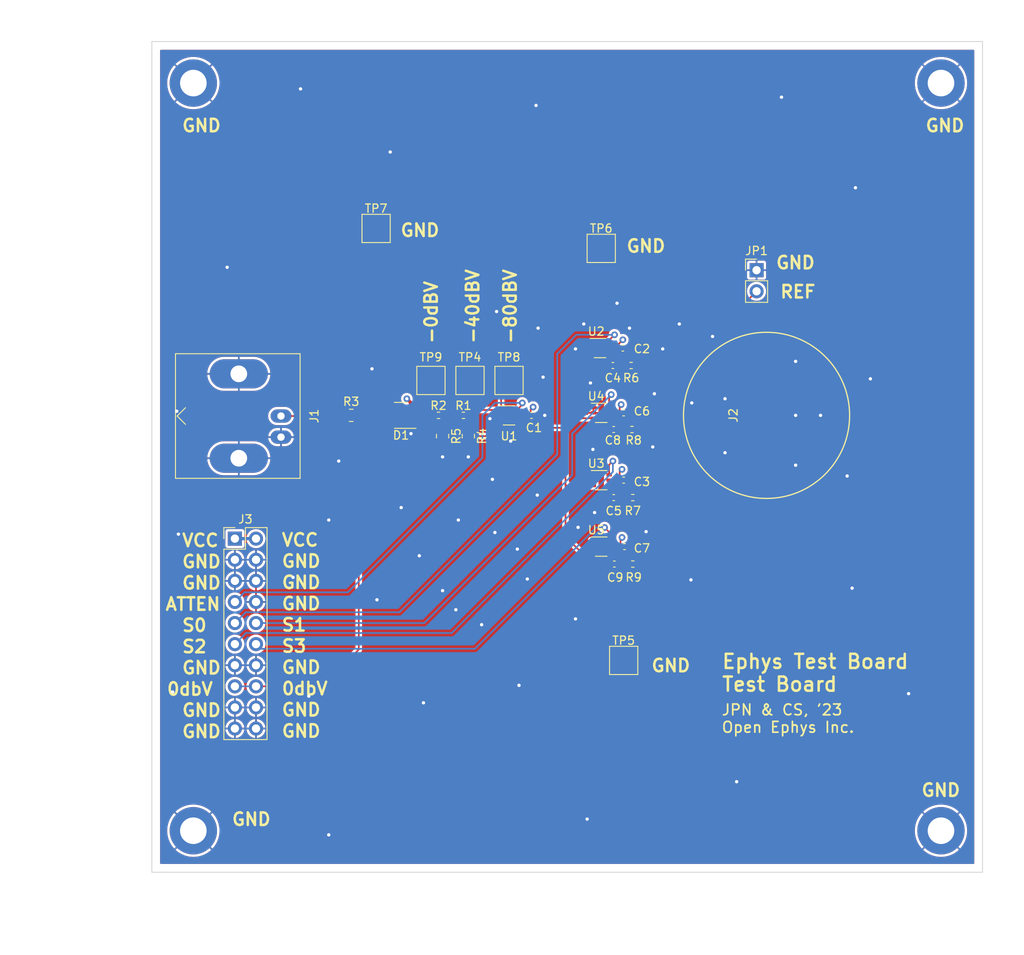
<source format=kicad_pcb>
(kicad_pcb (version 20221018) (generator pcbnew)
  (title_block (title "Ephys Test Board Test Board") (rev "A") (company "Open Ephys, Inc") (comment 1 "Jonathan P. Newman") (comment 2 "Cris Sharp"))
  (layers (0 "F.Cu" signal) (1 "In1.Cu" signal) (2 "In2.Cu" signal) (31 "B.Cu" signal) (34 "B.Paste" user) (35 "F.Paste" user) (36 "B.SilkS" user "B.Silkscreen") (37 "F.SilkS" user "F.Silkscreen") (38 "B.Mask" user) (39 "F.Mask" user) (44 "Edge.Cuts" user))
  (net 0 "")
  (net 1 "VCC")
  (net 2 "GND")
  (net 3 "/TEST_{-0dBV}")
  (net 4 "/REF")
  (net 5 "/E_{0}")
  (net 6 "/E_{1}")
  (net 7 "/E_{2}")
  (net 8 "/E_{3}")
  (net 9 "/S_{0}")
  (net 10 "/S_{1}")
  (net 11 "/S_{2}")
  (net 12 "/S_{3}")
  (net 13 "/ATTEN_{SEL}")
  (net 14 "/TEST_{-40dBV}")
  (net 15 "/TEST_{-80dBV}")
  (net 16 "TESTSIG")
  (net 17 "Net-(C4-Pad1)")
  (net 18 "Net-(C4-Pad2)")
  (net 19 "Net-(C5-Pad1)")
  (net 20 "Net-(C5-Pad2)")
  (net 21 "Net-(C8-Pad1)")
  (net 22 "Net-(C8-Pad2)")
  (net 23 "Net-(C9-Pad1)")
  (net 24 "Net-(C9-Pad2)")
  (net 25 "Net-(J1-In)")
  (footprint "TestPoint:TestPoint_Pad_3.0x3.0mm" (layer "F.Cu") (at 118 105.8)
    (fp_text reference "TP8")
    (fp_text value "TestPoint")
  )
  (footprint "TestPoint:TestPoint_Pad_3.0x3.0mm" (layer "F.Cu") (at 129.1 89.9)
    (fp_text reference "TP6")
    (fp_text value "TestPoint")
  )
  (footprint "Resistor_SMD:R_0805_2012Metric" (layer "F.Cu") (at 113.1 112.5 -90)
    (fp_text reference "R4")
    (fp_text value "100")
  )
  (footprint "Resistor_SMD:R_0805_2012Metric" (layer "F.Cu") (at 99 110)
    (fp_text reference "R3")
    (fp_text value "100")
  )
  (footprint "TestPoint:TestPoint_Pad_3.0x3.0mm" (layer "F.Cu") (at 102 87.5)
    (fp_text reference "TP7")
    (fp_text value "TestPoint")
  )
  (footprint "Capacitor_SMD:C_0402_1005Metric" (layer "F.Cu") (at 131.7 101.9)
    (fp_text reference "C2")
    (fp_text value "10nF")
  )
  (footprint "Package_TO_SOT_SMD:SOT-23-3" (layer "F.Cu") (at 105 110 180)
    (fp_text reference "D1")
    (fp_text value "BAT54SLT1G")
  )
  (footprint "Capacitor_SMD:C_0402_1005Metric" (layer "F.Cu") (at 130.6 111.7)
    (fp_text reference "C8")
    (fp_text value "0.1uF")
  )
  (footprint "Capacitor_SMD:C_0402_1005Metric" (layer "F.Cu") (at 131.8 109.7)
    (fp_text reference "C6")
    (fp_text value "10nF")
  )
  (footprint "Connector_PinHeader_2.54mm:PinHeader_2x10_P2.54mm_Vertical" (layer "F.Cu") (at 85 124.84)
    (fp_text reference "J3")
    (fp_text value "Conn_02x10_Odd_Even")
  )
  (footprint "Package_TO_SOT_SMD:SOT-363_SC-70-6" (layer "F.Cu") (at 128.95 101.9)
    (fp_text reference "U2")
    (fp_text value "SN74LVC1G3157DCKR")
  )
  (footprint "MountingHole:MountingHole_3.2mm_M3_ISO7380_Pad" (layer "F.Cu") (at 170 160)
    (fp_text reference "TP3" hide)
    (fp_text value "TestPoint")
  )
  (footprint "TestPoint:TestPoint_Pad_3.0x3.0mm" (layer "F.Cu") (at 131.8 139.5)
    (fp_text reference "TP5")
    (fp_text value "TestPoint")
  )
  (footprint "MountingHole:MountingHole_3.2mm_M3_ISO7380_Pad" (layer "F.Cu") (at 80 70)
    (fp_text reference "TP2" hide)
    (fp_text value "TestPoint")
  )
  (footprint "Package_TO_SOT_SMD:SOT-363_SC-70-6" (layer "F.Cu") (at 129.1 117.8)
    (fp_text reference "U3")
    (fp_text value "SN74LVC1G3157DCKR")
  )
  (footprint "Resistor_SMD:R_0402_1005Metric" (layer "F.Cu") (at 132.9 127.9)
    (fp_text reference "R9")
    (fp_text value "180k")
  )
  (footprint "jonnew:HIROSE_DF40C(2.0)-70DS-0.4V(51)" (layer "F.Cu") (at 148 110 90)
    (fp_text reference "J2")
    (fp_text value "Conn_02x35_Odd_Even")
  )
  (footprint "Package_TO_SOT_SMD:SOT-363_SC-70-6" (layer "F.Cu") (at 118 110)
    (fp_text reference "U1")
    (fp_text value "SN74LVC1G3157DCKR")
  )
  (footprint "MountingHole:MountingHole_3.2mm_M3_ISO7380_Pad" (layer "F.Cu") (at 170 70)
    (fp_text reference "TP1" hide)
    (fp_text value "TestPoint")
  )
  (footprint "Resistor_SMD:R_0402_1005Metric" (layer "F.Cu") (at 132.8 111.7)
    (fp_text reference "R8")
    (fp_text value "180k")
  )
  (footprint "Connector_PinHeader_2.54mm:PinHeader_1x02_P2.54mm_Vertical" (layer "F.Cu") (at 147.8 92.525)
    (fp_text reference "JP1")
    (fp_text value "Jumper_2_Open")
  )
  (footprint "TestPoint:TestPoint_Pad_3.0x3.0mm" (layer "F.Cu") (at 108.6 105.8)
    (fp_text reference "TP9")
    (fp_text value "TestPoint")
  )
  (footprint "Resistor_SMD:R_0402_1005Metric" (layer "F.Cu") (at 109.51 110)
    (fp_text reference "R2")
    (fp_text value "10k")
  )
  (footprint "Capacitor_SMD:C_0402_1005Metric" (layer "F.Cu") (at 131.8 117.8)
    (fp_text reference "C3")
    (fp_text value "10nF")
  )
  (footprint "Package_TO_SOT_SMD:SOT-363_SC-70-6" (layer "F.Cu") (at 129.1 125.8)
    (fp_text reference "U5")
    (fp_text value "SN74LVC1G3157DCKR")
  )
  (footprint "Resistor_SMD:R_0805_2012Metric" (layer "F.Cu") (at 110 112.5 -90)
    (fp_text reference "R5")
    (fp_text value "100")
  )
  (footprint "TestPoint:TestPoint_Pad_3.0x3.0mm" (layer "F.Cu") (at 113.3 105.8)
    (fp_text reference "TP4")
    (fp_text value "TestPoint")
  )
  (footprint "Package_TO_SOT_SMD:SOT-363_SC-70-6" (layer "F.Cu") (at 129.1 109.7)
    (fp_text reference "U4")
    (fp_text value "SN74LVC1G3157DCKR")
  )
  (footprint "Capacitor_SMD:C_0402_1005Metric" (layer "F.Cu") (at 120.7 110)
    (fp_text reference "C1")
    (fp_text value "10nF")
  )
  (footprint "Capacitor_SMD:C_0402_1005Metric" (layer "F.Cu") (at 130.6 119.9)
    (fp_text reference "C5")
    (fp_text value "0.1uF")
  )
  (footprint "MountingHole:MountingHole_3.2mm_M3_ISO7380_Pad" (layer "F.Cu") (at 80 160)
    (fp_text reference "TP10" hide)
    (fp_text value "TestPoint")
  )
  (footprint "Resistor_SMD:R_0402_1005Metric" (layer "F.Cu") (at 132.9 119.9)
    (fp_text reference "R7")
    (fp_text value "180k")
  )
  (footprint "Capacitor_SMD:C_0402_1005Metric" (layer "F.Cu") (at 130.5 104)
    (fp_text reference "C4")
    (fp_text value "0.1uF")
  )
  (footprint "Resistor_SMD:R_0402_1005Metric" (layer "F.Cu") (at 132.7 104)
    (fp_text reference "R6")
    (fp_text value "180k")
  )
  (footprint "Capacitor_SMD:C_0402_1005Metric" (layer "F.Cu") (at 131.9 125.8)
    (fp_text reference "C7")
    (fp_text value "10nF")
  )
  (footprint "Resistor_SMD:R_0402_1005Metric" (layer "F.Cu") (at 112.51 110)
    (fp_text reference "R1")
    (fp_text value "10k")
  )
  (footprint "Capacitor_SMD:C_0402_1005Metric" (layer "F.Cu") (at 130.68 127.9)
    (fp_text reference "C9")
    (fp_text value "0.1uF")
  )
  (footprint "Connector_Coaxial:BNC_Amphenol_B6252HB-NPP3G-50_Horizontal" (layer "F.Cu") (at 90.55 110.08 90)
    (fp_text reference "J1")
    (fp_text value "Conn_Coaxial")
  )
  (gr_circle (center 149 110) (end 149 120) (stroke (width 0.15)) (fill none) (layer "F.SilkS"))
  (gr_rect (start 75 65) (end 175 165) (stroke (width 0.1)) (fill none) (layer "Edge.Cuts"))
  (gr_text "-80dBV" (at 119 101.5 90) (layer "F.SilkS") (effects (font (size 1.5 1.5) (thickness 0.3) bold) (justify left bottom)))
  (gr_text "GND" (at 90.5 140.33333) (layer "F.SilkS") (effects (font (size 1.5 1.5) (thickness 0.3) bold) (justify left)))
  (gr_text "0dbV" (at 82.5 142.944445) (layer "F.SilkS") (effects (font (size 1.5 1.5) (thickness 0.3) bold) (justify right)))
  (gr_text "GND" (at 90.5 132.666665) (layer "F.SilkS") (effects (font (size 1.5 1.5) (thickness 0.3) bold) (justify left)))
  (gr_text "-40dBV" (at 114.5 101.5 90) (layer "F.SilkS") (effects (font (size 1.5 1.5) (thickness 0.3) bold) (justify left bottom)))
  (gr_text "GND" (at 168 76) (layer "F.SilkS") (effects (font (size 1.5 1.5) (thickness 0.3) bold) (justify left bottom)))
  (gr_text "GND" (at 78.5 148.05556) (layer "F.SilkS") (effects (font (size 1.5 1.5) (thickness 0.3) bold) (justify left)))
  (gr_text "GND" (at 78.5 130.16667) (layer "F.SilkS") (effects (font (size 1.5 1.5) (thickness 0.3) bold) (justify left)))
  (gr_text "GND" (at 150 92.5) (layer "F.SilkS") (effects (font (size 1.5 1.5) (thickness 0.3) bold) (justify left bottom)))
  (gr_text "ATTEN" (at 76.5 132.722225) (layer "F.SilkS") (effects (font (size 1.5 1.5) (thickness 0.3) bold) (justify left)))
  (gr_text "GND" (at 90.5 127.555555) (layer "F.SilkS") (effects (font (size 1.5 1.5) (thickness 0.3) bold) (justify left)))
  (gr_text "REF" (at 150.5 96) (layer "F.SilkS") (effects (font (size 1.5 1.5) (thickness 0.3) bold) (justify left bottom)))
  (gr_text "GND" (at 78.5 145.5) (layer "F.SilkS") (effects (font (size 1.5 1.5) (thickness 0.3) bold) (justify left)))
  (gr_text "GND" (at 90.5 130.11111) (layer "F.SilkS") (effects (font (size 1.5 1.5) (thickness 0.3) bold) (justify left)))
  (gr_text "0dbV" (at 90.5 142.888885) (layer "F.SilkS") (effects (font (size 1.5 1.5) (thickness 0.3) bold) (justify left)))
  (gr_text "JPN & CS, '23\nOpen Ephys Inc." (at 143.5 146.5) (layer "F.SilkS") (effects (font (size 1.3 1.3) (thickness 0.2)) (justify left)))
  (gr_text "Ephys Test Board\nTest Board" (at 143.5 141) (layer "F.SilkS") (effects (font (size 1.7 1.7) (thickness 0.3) bold) (justify left)))
  (gr_text "GND" (at 90.5 148) (layer "F.SilkS") (effects (font (size 1.5 1.5) (thickness 0.3) bold) (justify left)))
  (gr_text "VCC" (at 90.5 125) (layer "F.SilkS") (effects (font (size 1.5 1.5) (thickness 0.3) bold) (justify left)))
  (gr_text "GND" (at 135 141) (layer "F.SilkS") (effects (font (size 1.5 1.5) (thickness 0.3) bold) (justify left bottom)))
  (gr_text "S0" (at 78.5 135.27778) (layer "F.SilkS") (effects (font (size 1.5 1.5) (thickness 0.3) bold) (justify left)))
  (gr_text "GND" (at 167.5 156) (layer "F.SilkS") (effects (font (size 1.5 1.5) (thickness 0.3) bold) (justify left bottom)))
  (gr_text "GND" (at 104.8 88.6) (layer "F.SilkS") (effects (font (size 1.5 1.5) (thickness 0.3) bold) (justify left bottom)))
  (gr_text "GND" (at 132 90.5) (layer "F.SilkS") (effects (font (size 1.5 1.5) (thickness 0.3) bold) (justify left bottom)))
  (gr_text "-0dBV" (at 109.5 101.5 90) (layer "F.SilkS") (effects (font (size 1.5 1.5) (thickness 0.3) bold) (justify left bottom)))
  (gr_text "GND" (at 78.5 140.38889) (layer "F.SilkS") (effects (font (size 1.5 1.5) (thickness 0.3) bold) (justify left)))
  (gr_text "GND" (at 78.5 76) (layer "F.SilkS") (effects (font (size 1.5 1.5) (thickness 0.3) bold) (justify left bottom)))
  (gr_text "S2" (at 78.5 137.833335) (layer "F.SilkS") (effects (font (size 1.5 1.5) (thickness 0.3) bold) (justify left)))
  (gr_text "S1" (at 90.5 135.22222) (layer "F.SilkS") (effects (font (size 1.5 1.5) (thickness 0.3) bold) (justify left)))
  (gr_text "S3" (at 90.5 137.777775) (layer "F.SilkS") (effects (font (size 1.5 1.5) (thickness 0.3) bold) (justify left)))
  (gr_text "GND" (at 84.5 159.5) (layer "F.SilkS") (effects (font (size 1.5 1.5) (thickness 0.3) bold) (justify left bottom)))
  (gr_text "GND" (at 90.5 145.44444) (layer "F.SilkS") (effects (font (size 1.5 1.5) (thickness 0.3) bold) (justify left)))
  (gr_text "VCC" (at 78.5 125.05556) (layer "F.SilkS") (effects (font (size 1.5 1.5) (thickness 0.3) bold) (justify left)))
  (gr_text "GND" (at 78.5 127.611115) (layer "F.SilkS") (effects (font (size 1.5 1.5) (thickness 0.3) bold) (justify left)))
  (segment (start 131.7 100.9) (end 131.22 101.38) (width 0.2) (layer "F.Cu") (net 1))
  (segment (start 131.32 116.78) (end 131.6 116.5) (width 0.2) (layer "F.Cu") (net 1))
  (segment (start 106.1375 109.05) (end 106.1375 108.4375) (width 0.4) (layer "F.Cu") (net 1))
  (segment (start 131.32 109.7) (end 131.32 108.88) (width 0.2) (layer "F.Cu") (net 1))
  (segment (start 130.05 109.7) (end 131.32 109.7) (width 0.2) (layer "F.Cu") (net 1))
  (segment (start 120.9 109) (end 120.6 109.3) (width 0.2) (layer "F.Cu") (net 1))
  (segment (start 130.05 125.8) (end 131.42 125.8) (width 0.2) (layer "F.Cu") (net 1))
  (segment (start 120.6 109.62) (end 120.22 110) (width 0.2) (layer "F.Cu") (net 1))
  (segment (start 131.42 125.8) (end 131.42 124.88) (width 0.2) (layer "F.Cu") (net 1))
  (segment (start 131.32 117.8) (end 131.32 116.78) (width 0.2) (layer "F.Cu") (net 1))
  (segment (start 131.32 108.88) (end 131.5 108.7) (width 0.2) (layer "F.Cu") (net 1))
  (segment (start 131.22 101.38) (end 131.22 101.9) (width 0.2) (layer "F.Cu") (net 1))
  (segment (start 106.1375 108.4375) (end 105.7 108) (width 0.4) (layer "F.Cu") (net 1))
  (segment (start 131.42 124.88) (end 131.6 124.7) (width 0.2) (layer "F.Cu") (net 1))
  (segment (start 130.05 117.8) (end 131.32 117.8) (width 0.2) (layer "F.Cu") (net 1))
  (segment (start 129.9 101.9) (end 131.22 101.9) (width 0.2) (layer "F.Cu") (net 1))
  (segment (start 118.95 110) (end 120.22 110) (width 0.2) (layer "F.Cu") (net 1))
  (segment (start 120.6 109.3) (end 120.6 109.62) (width 0.2) (layer "F.Cu") (net 1))
  (via (at 105.7 108) (size 0.8) (drill 0.4) (layers "F.Cu" "B.Cu") (net 1))
  (via (at 131.6 124.7) (size 0.8) (drill 0.4) (layers "F.Cu" "B.Cu") (net 1))
  (via (at 131.7 100.9) (size 0.8) (drill 0.4) (layers "F.Cu" "B.Cu") (net 1))
  (via (at 120.9 109) (size 0.8) (drill 0.4) (layers "F.Cu" "B.Cu") (net 1))
  (via (at 131.6 116.5) (size 0.8) (drill 0.4) (layers "F.Cu" "B.Cu") (net 1))
  (via (at 131.5 108.7) (size 0.8) (drill 0.4) (layers "F.Cu" "B.Cu") (net 1))
  (segment (start 85 124.84) (end 87.54 124.84) (width 0.4) (layer "B.Cu") (net 1))
  (segment (start 145.9 107.6) (end 145.5 108) (width 0.2) (layer "F.Cu") (net 2))
  (segment (start 146.46 116.4) (end 145.6 116.4) (width 0.2) (layer "F.Cu") (net 2))
  (segment (start 150.5 103.5) (end 152 102) (width 0.2) (layer "F.Cu") (net 2))
  (segment (start 146.46 109.2) (end 145.7 109.2) (width 0.2) (layer "F.Cu") (net 2))
  (segment (start 146.2 103.2) (end 146 103) (width 0.2) (layer "F.Cu") (net 2))
  (segment (start 145.6 113.6) (end 145.5 113.5) (width 0.2) (layer "F.Cu") (net 2))
  (segment (start 146.46 103.2) (end 146.2 103.2) (width 0.2) (layer "F.Cu") (net 2))
  (segment (start 145.7 109.2) (end 145.5 109) (width 0.2) (layer "F.Cu") (net 2))
  (segment (start 145.5 108) (end 145 108) (width 0.2) (layer "F.Cu") (net 2))
  (segment (start 145.5 106.8) (end 146.46 106.8) (width 0.2) (layer "F.Cu") (net 2))
  (segment (start 145.6 116.4) (end 145.5 116.5) (width 0.2) (layer "F.Cu") (net 2))
  (segment (start 146 103) (end 146 102.5) (width 0.2) (layer "F.Cu") (net 2))
  (segment (start 146.46 111.2) (end 145.8 111.2) (width 0.2) (layer "F.Cu") (net 2))
  (segment (start 149.54 103.6) (end 150.4 103.6) (width 0.2) (layer "F.Cu") (net 2))
  (segment (start 146.46 107.6) (end 145.9 107.6) (width 0.2) (layer "F.Cu") (net 2))
  (segment (start 149.54 116) (end 150.5 116) (width 0.2) (layer "F.Cu") (net 2))
  (segment (start 150.4 103.6) (end 150.5 103.5) (width 0.2) (layer "F.Cu") (net 2))
  (segment (start 145.8 111.2) (end 145.5 111.5) (width 0.2) (layer "F.Cu") (net 2))
  (segment (start 146.46 113.6) (end 145.6 113.6) (width 0.2) (layer "F.Cu") (net 2))
  (via (at 159.3 130.8) (size 0.8) (drill 0.4) (layers "F.Cu" "B.Cu") (net 2))
  (via (at 131 96.5) (size 0.8) (drill 0.4) (layers "F.Cu" "B.Cu") (net 2))
  (via (at 111.9 122.6) (size 0.8) (drill 0.4) (layers "F.Cu" "B.Cu") (net 2))
  (via (at 111.6 133.4) (size 0.8) (drill 0.4) (layers "F.Cu" "B.Cu") (net 2))
  (via (at 114.7 135.2) (size 0.8) (drill 0.4) (layers "F.Cu" "B.Cu") (net 2))
  (via (at 128.1 114.1) (size 0.8) (drill 0.4) (layers "F.Cu" "B.Cu") (net 2))
  (via (at 96.3 160.5) (size 0.8) (drill 0.4) (layers "F.Cu" "B.Cu") (net 2))
  (via (at 77.5 143.3) (size 0.8) (drill 0.4) (layers "F.Cu" "B.Cu") (net 2))
  (via (at 128.3 121.7) (size 0.8) (drill 0.4) (layers "F.Cu" "B.Cu") (net 2))
  (via (at 116.5 97.5) (size 0.8) (drill 0.4) (layers "F.Cu" "B.Cu") (net 2))
  (via (at 78 109.5) (size 0.8) (drill 0.4) (layers "F.Cu" "B.Cu") (net 2))
  (via (at 144 108) (size 0.8) (drill 0.4) (layers "F.Cu" "B.Cu") (net 2))
  (via (at 110 131.1) (size 0.8) (drill 0.4) (layers "F.Cu" "B.Cu") (net 2))
  (via (at 92.9 70.7) (size 0.8) (drill 0.4) (layers "F.Cu" "B.Cu") (net 2))
  (via (at 122.3 110) (size 0.8) (drill 0.4) (layers "F.Cu" "B.Cu") (net 2))
  (via (at 105.018448 121.10171) (size 0.8) (drill 0.4) (layers "F.Cu" "B.Cu") (net 2))
  (via (at 107.7 144.6) (size 0.8) (drill 0.4) (layers "F.Cu" "B.Cu") (net 2))
  (via (at 127.8 106.1) (size 0.8) (drill 0.4) (layers "F.Cu" "B.Cu") (net 2))
  (via (at 122.1 105.4) (size 0.8) (drill 0.4) (layers "F.Cu" "B.Cu") (net 2))
  (via (at 103.7 78.3) (size 0.8) (drill 0.4) (layers "F.Cu" "B.Cu") (net 2))
  (via (at 93.9 143.8) (size 0.8) (drill 0.4) (layers "F.Cu" "B.Cu") (net 2))
  (via (at 138.5 99) (size 0.8) (drill 0.4) (layers "F.Cu" "B.Cu") (net 2))
  (via (at 92 129.5) (size 0.8) (drill 0.4) (layers "F.Cu" "B.Cu") (net 2))
  (via (at 152.5 116) (size 0.8) (drill 0.4) (layers "F.Cu" "B.Cu") (net 2))
  (via (at 139.9 129.8) (size 0.8) (drill 0.4) (layers "F.Cu" "B.Cu") (net 2))
  (via (at 126 134.5) (size 0.8) (drill 0.4) (layers "F.Cu" "B.Cu") (net 2))
  (via (at 110 115) (size 0.8) (drill 0.4) (layers "F.Cu" "B.Cu") (net 2))
  (via (at 127 99) (size 0.8) (drill 0.4) (layers "F.Cu" "B.Cu") (net 2))
  (via (at 126 102) (size 0.8) (drill 0.4) (layers "F.Cu" "B.Cu") (net 2))
  (via (at 155.5 110) (size 0.8) (drill 0.4) (layers "F.Cu" "B.Cu") (net 2))
  (via (at 84.066042 92.171048) (size 0.8) (drill 0.4) (layers "F.Cu" "B.Cu") (net 2))
  (via (at 140 108.5) (size 0.8) (drill 0.4) (layers "F.Cu" "B.Cu") (net 2))
  (via (at 150.8 71.7) (size 0.8) (drill 0.4) (layers "F.Cu" "B.Cu") (net 2))
  (via (at 115.7 110.4) (size 0.8) (drill 0.4) (layers "F.Cu" "B.Cu") (net 2))
  (via (at 101.5 104.4) (size 0.8) (drill 0.4) (layers "F.Cu" "B.Cu") (net 2))
  (via (at 116 117.7) (size 0.8) (drill 0.4) (layers "F.Cu" "B.Cu") (net 2))
  (via (at 96.3 122.6) (size 0.8) (drill 0.4) (layers "F.Cu" "B.Cu") (net 2))
  (via (at 166.1 143.5) (size 0.8) (drill 0.4) (layers "F.Cu" "B.Cu") (net 2))
  (via (at 121.4 119.6) (size 0.8) (drill 0.4) (layers "F.Cu" "B.Cu") (net 2))
  (via (at 121.251493 72.694313) (size 0.8) (drill 0.4) (layers "F.Cu" "B.Cu") (net 2))
  (via (at 136.5 102) (size 0.8) (drill 0.4) (layers "F.Cu" "B.Cu") (net 2))
  (via (at 113.1 115) (size 0.8) (drill 0.4) (layers "F.Cu" "B.Cu") (net 2))
  (via (at 152.5 103.5) (size 0.8) (drill 0.4) (layers "F.Cu" "B.Cu") (net 2))
  (via (at 132.5 99.5) (size 0.8) (drill 0.4) (layers "F.Cu" "B.Cu") (net 2))
  (via (at 145.4 154.1) (size 0.8) (drill 0.4) (layers "F.Cu" "B.Cu") (net 2))
  (via (at 134.5 124) (size 0.8) (drill 0.4) (layers "F.Cu" "B.Cu") (net 2))
  (via (at 106.2 112.2) (size 0.8) (drill 0.4) (layers "F.Cu" "B.Cu") (net 2))
  (via (at 127.4 158.6) (size 0.8) (drill 0.4) (layers "F.Cu" "B.Cu") (net 2))
  (via (at 116.3 124.1) (size 0.8) (drill 0.4) (layers "F.Cu" "B.Cu") (net 2))
  (via (at 161.5 105.6) (size 0.8) (drill 0.4) (layers "F.Cu" "B.Cu") (net 2))
  (via (at 102.1 132.2) (size 0.8) (drill 0.4) (layers "F.Cu" "B.Cu") (net 2))
  (via (at 126.309583 123.482696) (size 0.8) (drill 0.4) (layers "F.Cu" "B.Cu") (net 2))
  (via (at 107.2 126.9) (size 0.8) (drill 0.4) (layers "F.Cu" "B.Cu") (net 2))
  (via (at 119.2 142.5) (size 0.8) (drill 0.4) (layers "F.Cu" "B.Cu") (net 2))
  (via (at 97.5 115.5) (size 0.8) (drill 0.4) (layers "F.Cu" "B.Cu") (net 2))
  (via (at 120.2 129.7) (size 0.8) (drill 0.4) (layers "F.Cu" "B.Cu") (net 2))
  (via (at 121.5 99.5) (size 0.8) (drill 0.4) (layers "F.Cu" "B.Cu") (net 2))
  (via (at 144 114.5) (size 0.8) (drill 0.4) (layers "F.Cu" "B.Cu") (net 2))
  (via (at 118.2 113.1) (size 0.8) (drill 0.4) (layers "F.Cu" "B.Cu") (net 2))
  (via (at 159.7 82.6) (size 0.8) (drill 0.4) (layers "F.Cu" "B.Cu") (net 2))
  (via (at 142.5 100.5) (size 0.8) (drill 0.4) (layers "F.Cu" "B.Cu") (net 2))
  (via (at 78.2 124.3) (size 0.8) (drill 0.4) (layers "F.Cu" "B.Cu") (net 2))
  (via (at 158.7 117.3) (size 0.8) (drill 0.4) (layers "F.Cu" "B.Cu") (net 2))
  (via (at 119 126.1) (size 0.8) (drill 0.4) (layers "F.Cu" "B.Cu") (net 2))
  (via (at 152.5 110) (size 0.8) (drill 0.4) (layers "F.Cu" "B.Cu") (net 2))
  (via (at 135.3 113.8) (size 0.8) (drill 0.4) (layers "F.Cu" "B.Cu") (net 2))
  (via (at 135.5 107.4) (size 0.8) (drill 0.4) (layers "F.Cu" "B.Cu") (net 2))
  (segment (start 95.48 142.62) (end 99.9125 138.1875) (width 0.2) (layer "F.Cu") (net 3))
  (segment (start 103.8625 110) (end 109 110) (width 0.2) (layer "F.Cu") (net 3))
  (segment (start 99.9125 110) (end 103.8625 110) (width 0.2) (layer "F.Cu") (net 3))
  (segment (start 109 110) (end 109 106.2) (width 0.2) (layer "F.Cu") (net 3))
  (segment (start 87.54 142.62) (end 95.48 142.62) (width 0.2) (layer "F.Cu") (net 3))
  (segment (start 109 106.2) (end 108.6 105.8) (width 0.2) (layer "F.Cu") (net 3))
  (segment (start 99.9125 138.1875) (end 99.9125 110) (width 0.2) (layer "F.Cu") (net 3))
  (segment (start 85 142.62) (end 87.54 142.62) (width 0.2) (layer "B.Cu") (net 3))
  (segment (start 144.8 98.065) (end 147.8 95.065) (width 0.2) (layer "F.Cu") (net 4))
  (segment (start 145.991594 103.6) (end 144.8 102.408406) (width 0.2) (layer "F.Cu") (net 4))
  (segment (start 144.8 102.408406) (end 144.8 98.065) (width 0.2) (layer "F.Cu") (net 4))
  (segment (start 146.46 103.6) (end 145.991594 103.6) (width 0.2) (layer "F.Cu") (net 4))
  (segment (start 146.46 109.6) (end 143.6 109.6) (width 0.2) (layer "F.Cu") (net 5))
  (segment (start 143.6 109.6) (end 138 104) (width 0.2) (layer "F.Cu") (net 5))
  (segment (start 138 104) (end 133.21 104) (width 0.2) (layer "F.Cu") (net 5))
  (segment (start 136.5 111.7) (end 138.2 110) (width 0.2) (layer "F.Cu") (net 6))
  (segment (start 138.2 110) (end 146.46 110) (width 0.2) (layer "F.Cu") (net 6))
  (segment (start 133.31 111.7) (end 136.5 111.7) (width 0.2) (layer "F.Cu") (net 6))
  (segment (start 142.2 110.4) (end 146.46 110.4) (width 0.2) (layer "F.Cu") (net 7))
  (segment (start 133.41 119.9) (end 133.41 119.19) (width 0.2) (layer "F.Cu") (net 7))
  (segment (start 133.41 119.19) (end 142.2 110.4) (width 0.2) (layer "F.Cu") (net 7))
  (segment (start 144.4 110.8) (end 146.46 110.8) (width 0.2) (layer "F.Cu") (net 8))
  (segment (start 137.5 123.81) (end 137.5 117.7) (width 0.2) (layer "F.Cu") (net 8))
  (segment (start 137.5 117.7) (end 144.4 110.8) (width 0.2) (layer "F.Cu") (net 8))
  (segment (start 133.41 127.9) (end 137.5 123.81) (width 0.2) (layer "F.Cu") (net 8))
  (segment (start 129.9 101.1) (end 130.7 100.3) (width 0.2) (layer "F.Cu") (net 9))
  (segment (start 129.9 101.25) (end 129.9 101.1) (width 0.2) (layer "F.Cu") (net 9))
  (via (at 130.7 100.3) (size 0.8) (drill 0.4) (layers "F.Cu" "B.Cu") (net 9))
  (segment (start 130.7 100.3) (end 126.1 100.3) (width 0.2) (layer "B.Cu") (net 9))
  (segment (start 104.8 133.7) (end 86.3 133.7) (width 0.2) (layer "B.Cu") (net 9))
  (segment (start 126.1 100.3) (end 123.8 102.6) (width 0.2) (layer "B.Cu") (net 9))
  (segment (start 123.8 114.7) (end 104.8 133.7) (width 0.2) (layer "B.Cu") (net 9))
  (segment (start 86.3 133.7) (end 85 135) (width 0.2) (layer "B.Cu") (net 9))
  (segment (start 123.8 102.6) (end 123.8 114.7) (width 0.2) (layer "B.Cu") (net 9))
  (segment (start 130.05 107.75) (end 130.3 107.5) (width 0.2) (layer "F.Cu") (net 10))
  (segment (start 130.05 109.05) (end 130.05 107.75) (width 0.2) (layer "F.Cu") (net 10))
  (via (at 130.3 107.5) (size 0.8) (drill 0.4) (layers "F.Cu" "B.Cu") (net 10))
  (segment (start 125.6 117.2) (end 107.8 135) (width 0.2) (layer "B.Cu") (net 10))
  (segment (start 130.3 107.5) (end 125.6 112.2) (width 0.2) (layer "B.Cu") (net 10))
  (segment (start 125.6 112.2) (end 125.6 117.2) (width 0.2) (layer "B.Cu") (net 10))
  (segment (start 107.8 135) (end 87.54 135) (width 0.2) (layer "B.Cu") (net 10))
  (segment (start 130.05 117.15) (end 130.05 115.95) (width 0.2) (layer "F.Cu") (net 11))
  (segment (start 130.05 115.95) (end 130.5 115.5) (width 0.2) (layer "F.Cu") (net 11))
  (via (at 130.5 115.5) (size 0.8) (drill 0.4) (layers "F.Cu" "B.Cu") (net 11))
  (segment (start 130.5 115.5) (end 130.5 116.8) (width 0.2) (layer "B.Cu") (net 11))
  (segment (start 86.34 136.2) (end 85 137.54) (width 0.2) (layer "B.Cu") (net 11))
  (segment (start 111.1 136.2) (end 86.34 136.2) (width 0.2) (layer "B.Cu") (net 11))
  (segment (start 130.5 116.8) (end 111.1 136.2) (width 0.2) (layer "B.Cu") (net 11))
  (segment (start 130.05 125.15) (end 130.05 124.05) (width 0.2) (layer "F.Cu") (net 12))
  (segment (start 130.05 124.05) (end 129.5 123.5) (width 0.2) (layer "F.Cu") (net 12))
  (via (at 129.5 123.5) (size 0.8) (drill 0.4) (layers "F.Cu" "B.Cu") (net 12))
  (segment (start 113.9 138.1) (end 88.1 138.1) (width 0.2) (layer "B.Cu") (net 12))
  (segment (start 128.5 123.5) (end 113.9 138.1) (width 0.2) (layer "B.Cu") (net 12))
  (segment (start 129.5 123.5) (end 128.5 123.5) (width 0.2) (layer "B.Cu") (net 12))
  (segment (start 88.1 138.1) (end 87.54 137.54) (width 0.2) (layer "B.Cu") (net 12))
  (segment (start 119.6 108.5) (end 119.6 108.7) (width 0.2) (layer "F.Cu") (net 13))
  (segment (start 119.6 108.7) (end 118.95 109.35) (width 0.2) (layer "F.Cu") (net 13))
  (via (at 119.6 108.5) (size 0.8) (drill 0.4) (layers "F.Cu" "B.Cu") (net 13))
  (segment (start 98.6 131.3) (end 86.16 131.3) (width 0.2) (layer "B.Cu") (net 13))
  (segment (start 119.6 108.5) (end 116.3 108.5) (width 0.2) (layer "B.Cu") (net 13))
  (segment (start 114.8 115.1) (end 98.6 131.3) (width 0.2) (layer "B.Cu") (net 13))
  (segment (start 116.3 108.5) (end 114.8 110) (width 0.2) (layer "B.Cu") (net 13))
  (segment (start 114.8 110) (end 114.8 115.1) (width 0.2) (layer "B.Cu") (net 13))
  (segment (start 86.16 131.3) (end 85 132.46) (width 0.2) (layer "B.Cu") (net 13))
  (segment (start 116.15 112.5) (end 110.9125 112.5) (width 0.2) (layer "F.Cu") (net 14))
  (segment (start 117.05 110.65) (end 117.05 111.6) (width 0.2) (layer "F.Cu") (net 14))
  (segment (start 113.3 104.7) (end 122.5 95.5) (width 0.2) (layer "F.Cu") (net 14))
  (segment (start 110.02 110) (end 112 110) (width 0.2) (layer "F.Cu") (net 14))
  (segment (start 141 99) (end 141 101.5) (width 0.2) (layer "F.Cu") (net 14))
  (segment (start 112 110) (end 112 107.1) (width 0.2) (layer "F.Cu") (net 14))
  (segment (start 112 107.1) (end 113.3 105.8) (width 0.2) (layer "F.Cu") (net 14))
  (segment (start 113.3 105.8) (end 113.3 104.7) (width 0.2) (layer "F.Cu") (net 14))
  (segment (start 122.5 95.5) (end 137.5 95.5) (width 0.2) (layer "F.Cu") (net 14))
  (segment (start 110.02 111.5675) (end 110 111.5875) (width 0.2) (layer "F.Cu") (net 14))
  (segment (start 137.5 95.5) (end 141 99) (width 0.2) (layer "F.Cu") (net 14))
  (segment (start 145.9 106.4) (end 146.46 106.4) (width 0.2) (layer "F.Cu") (net 14))
  (segment (start 141 101.5) (end 145.9 106.4) (width 0.2) (layer "F.Cu") (net 14))
  (segment (start 117.05 111.6) (end 116.15 112.5) (width 0.2) (layer "F.Cu") (net 14))
  (segment (start 110.02 110) (end 110.02 111.5675) (width 0.2) (layer "F.Cu") (net 14))
  (segment (start 110.9125 112.5) (end 110 111.5875) (width 0.2) (layer "F.Cu") (net 14))
  (segment (start 113.02 110) (end 113.02 111.5075) (width 0.2) (layer "F.Cu") (net 15))
  (segment (start 117.05 109.35) (end 117.05 105.95) (width 0.2) (layer "F.Cu") (net 15))
  (segment (start 118 105.8) (end 125.8 98) (width 0.2) (layer "F.Cu") (net 15))
  (segment (start 113.67 109.35) (end 117.05 109.35) (width 0.2) (layer "F.Cu") (net 15))
  (segment (start 125.8 98) (end 135 98) (width 0.2) (layer "F.Cu") (net 15))
  (segment (start 135 98) (end 144.2 107.2) (width 0.2) (layer "F.Cu") (net 15))
  (segment (start 144.2 107.2) (end 146.46 107.2) (width 0.2) (layer "F.Cu") (net 15))
  (segment (start 113.02 110) (end 113.67 109.35) (width 0.2) (layer "F.Cu") (net 15))
  (segment (start 113.02 111.5075) (end 113.1 111.5875) (width 0.2) (layer "F.Cu") (net 15))
  (segment (start 117.05 105.95) (end 118 105) (width 0.2) (layer "F.Cu") (net 15))
  (segment (start 124.85 110.35) (end 124.8 110.4) (width 0.2) (layer "F.Cu") (net 16))
  (segment (start 124.8 111.3) (end 124.8 111.5) (width 0.2) (layer "F.Cu") (net 16))
  (segment (start 124.8 124.6) (end 126.65 126.45) (width 0.2) (layer "F.Cu") (net 16))
  (segment (start 126.65 126.45) (end 128.15 126.45) (width 0.2) (layer "F.Cu") (net 16))
  (segment (start 128.15 118.45) (end 124.85 118.45) (width 0.2) (layer "F.Cu") (net 16))
  (segment (start 118.95 110.65) (end 119.8 111.5) (width 0.2) (layer "F.Cu") (net 16))
  (segment (start 128.15 110.35) (end 124.85 110.35) (width 0.2) (layer "F.Cu") (net 16))
  (segment (start 124.8 110.4) (end 124.8 111.3) (width 0.2) (layer "F.Cu") (net 16))
  (segment (start 124.8 111.3) (end 124.8 118.4) (width 0.2) (layer "F.Cu") (net 16))
  (segment (start 124.85 118.45) (end 124.8 118.4) (width 0.2) (layer "F.Cu") (net 16))
  (segment (start 124.8 104.7) (end 124.8 110.4) (width 0.2) (layer "F.Cu") (net 16))
  (segment (start 119.8 111.5) (end 124.8 111.5) (width 0.2) (layer "F.Cu") (net 16))
  (segment (start 124.8 118.4) (end 124.8 124.6) (width 0.2) (layer "F.Cu") (net 16))
  (segment (start 126.95 102.55) (end 124.8 104.7) (width 0.2) (layer "F.Cu") (net 16))
  (segment (start 128 102.55) (end 126.95 102.55) (width 0.2) (layer "F.Cu") (net 16))
  (segment (start 129.9 103.88) (end 130.02 104) (width 0.2) (layer "F.Cu") (net 17))
  (segment (start 129.9 102.55) (end 129.9 103.88) (width 0.2) (layer "F.Cu") (net 17))
  (segment (start 130.98 104) (end 132.19 104) (width 0.2) (layer "F.Cu") (net 18))
  (segment (start 130.05 119.83) (end 130.12 119.9) (width 0.2) (layer "F.Cu") (net 19))
  (segment (start 130.05 118.45) (end 130.05 119.83) (width 0.2) (layer "F.Cu") (net 19))
  (segment (start 131.08 119.9) (end 132.39 119.9) (width 0.2) (layer "F.Cu") (net 20))
  (segment (start 130.05 111.63) (end 130.12 111.7) (width 0.2) (layer "F.Cu") (net 21))
  (segment (start 130.05 110.35) (end 130.05 111.63) (width 0.2) (layer "F.Cu") (net 21))
  (segment (start 131.08 111.7) (end 132.29 111.7) (width 0.2) (layer "F.Cu") (net 22))
  (segment (start 130.05 127.75) (end 130.2 127.9) (width 0.2) (layer "F.Cu") (net 23))
  (segment (start 130.05 126.45) (end 130.05 127.75) (width 0.2) (layer "F.Cu") (net 23))
  (segment (start 131.16 127.9) (end 132.39 127.9) (width 0.2) (layer "F.Cu") (net 24))
  (segment (start 98.0075 110.08) (end 98.0875 110) (width 0.2) (layer "F.Cu") (net 25))
  (segment (start 90.55 110.08) (end 98.0075 110.08) (width 0.2) (layer "F.Cu") (net 25))
  (zone (net 2) (net_name "GND") (layers "F.Cu" "In1.Cu" "B.Cu") (name "GND") (connect_pads (clearance 0.3)) (min_thickness 0.2) (fill yes (thermal_gap 0.3) (thermal_bridge_width 0.2))
    (polygon (pts (xy 70 175) (xy 180 175) (xy 180 60) (xy 70 60)))
  )
)
</source>
